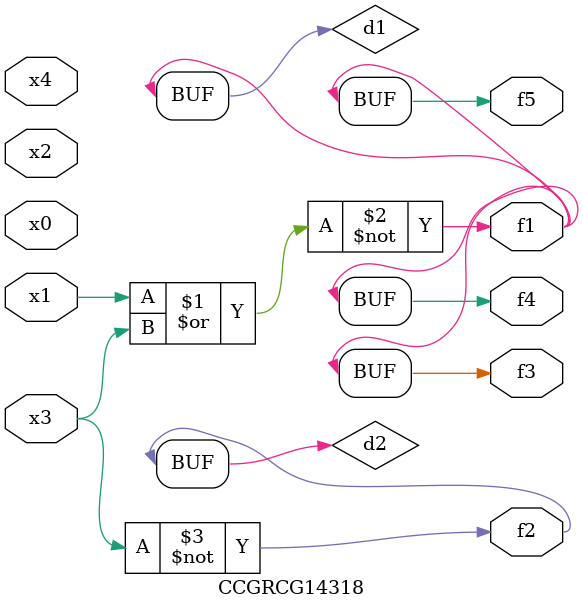
<source format=v>
module CCGRCG14318(
	input x0, x1, x2, x3, x4,
	output f1, f2, f3, f4, f5
);

	wire d1, d2;

	nor (d1, x1, x3);
	not (d2, x3);
	assign f1 = d1;
	assign f2 = d2;
	assign f3 = d1;
	assign f4 = d1;
	assign f5 = d1;
endmodule

</source>
